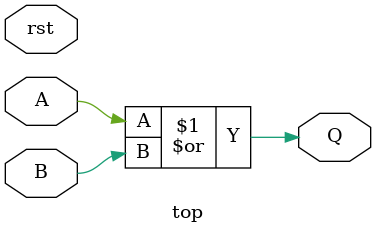
<source format=sv>
/* ===========================================================================
  Filename    : top.sv                                         
  Designers   : Fernando WELZEL
  Description : Top design module.
=========================================================================== */
module top  #(
    parameter int N = 4 // Description
)(
    // Description
    input wire A,
    input wire B,
    
    // Description
    output wire Q,
    
    // Global signals
    input wire rst
);

// == Variable declarations =================================================
logic C;

// == Connections ===========================================================
assign Q = A | B;

endmodule

</source>
